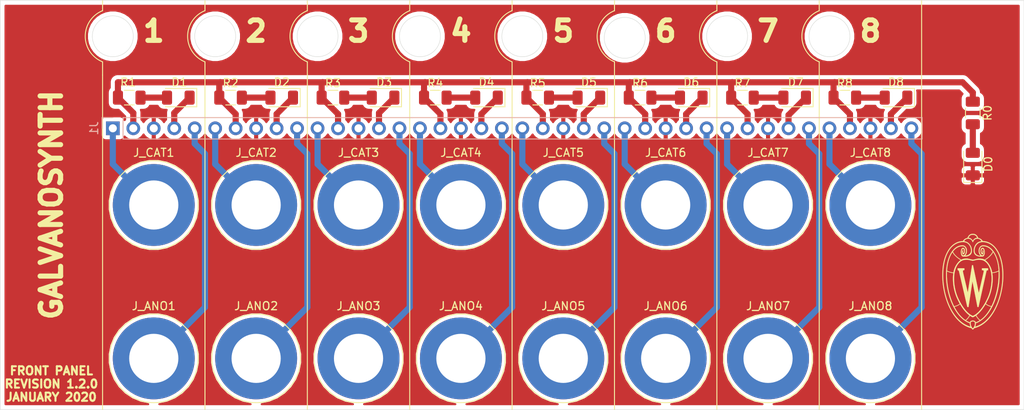
<source format=kicad_pcb>
(kicad_pcb (version 20171130) (host pcbnew 5.1.5+dfsg1-2)
  (title_block (title "galvanosynth daugher") (date 2020-01-03) (rev 1.2.0) (company "University of Wisconsin-Madison") (comment 1 "Instrument Shop") (comment 2 "Department of Chemistry") (comment 3 "Blaise Thompson") (comment 4 bthompson@chem.wisc.edu))
  (layers (0 F.Cu signal) (31 B.Cu signal) (34 B.Paste user) (35 F.Paste user) (36 B.SilkS user) (37 F.SilkS user) (38 B.Mask user) (39 F.Mask user) (44 Edge.Cuts user))
  (net 0 "")
  (net 1 "Net-(D1-Pad2)")
  (net 2 "Net-(D1-Pad1)")
  (net 3 "Net-(D2-Pad2)")
  (net 4 "Net-(D2-Pad1)")
  (net 5 "Net-(D3-Pad2)")
  (net 6 "Net-(D3-Pad1)")
  (net 7 "Net-(D4-Pad2)")
  (net 8 "Net-(D4-Pad1)")
  (net 9 "Net-(D5-Pad2)")
  (net 10 "Net-(D5-Pad1)")
  (net 11 "Net-(D6-Pad2)")
  (net 12 "Net-(D6-Pad1)")
  (net 13 "Net-(D7-Pad2)")
  (net 14 "Net-(D7-Pad1)")
  (net 15 "Net-(D8-Pad2)")
  (net 16 "Net-(D8-Pad1)")
  (net 17 "Net-(J1-Pad40)")
  (net 18 GND)
  (net 19 +15V)
  (net 20 "Net-(J1-Pad36)")
  (net 21 "Net-(J1-Pad35)")
  (net 22 "Net-(J1-Pad31)")
  (net 23 "Net-(J1-Pad26)")
  (net 24 "Net-(J1-Pad25)")
  (net 25 "Net-(J1-Pad21)")
  (net 26 "Net-(J1-Pad20)")
  (net 27 "Net-(J1-Pad16)")
  (net 28 "Net-(J1-Pad15)")
  (net 29 "Net-(J1-Pad11)")
  (net 30 "Net-(J1-Pad10)")
  (net 31 "Net-(J1-Pad6)")
  (net 32 "Net-(J1-Pad5)")
  (net 33 "Net-(J1-Pad1)")
  (net 34 "Net-(D0-Pad2)")
  (net 35 "Net-(J1-Pad30)")
  (module Connector:Banana_Jack_1Pin (layer F.Cu) (at 133.35 104.775)
    (fp_text reference J_ANO6 (at 0 -6.5) (layer F.SilkS))
    (fp_text value Conn_01x01)
    (pad 1 thru_hole circle (at 0 0) (size 10.16 10.16) (drill 6.1) (layers *.Cu *.Mask) (net 35 "Net-(J1-Pad30)"))
  )
  (module footprints:logo (layer F.Cu) (at 171.45 95.25)
    (fp_text reference G*** hide)
    (fp_text value LOGO hide)
  )
  (module Resistor_SMD:R_1206_3216Metric (layer F.Cu) (at 171.45 74.295 270)
    (fp_text reference R0 (at 0 -1.82 90) (layer F.SilkS))
    (fp_text value 1k)
    (pad 2 smd roundrect (at 1.4 0 270) (size 1.25 1.75) (layers F.Cu F.Paste F.Mask) (roundrect_rratio 0.2) (net 34 "Net-(D0-Pad2)"))
    (pad 1 smd roundrect (at -1.4 0 270) (size 1.25 1.75) (layers F.Cu F.Paste F.Mask) (roundrect_rratio 0.2) (net 19 +15V))
  )
  (module Diode_SMD:D_1206_3216Metric (layer F.Cu) (at 171.45 80.645 90)
    (fp_text reference D0 (at 0 1.905 90) (layer F.SilkS))
    (fp_text value LED)
    (pad 2 smd roundrect (at 1.4 0 90) (size 1.25 1.75) (layers F.Cu F.Paste F.Mask) (roundrect_rratio 0.2) (net 34 "Net-(D0-Pad2)"))
    (pad 1 smd roundrect (at -1.4 0 90) (size 1.25 1.75) (layers F.Cu F.Paste F.Mask) (roundrect_rratio 0.2) (net 18 GND))
  )
  (module Connector:Banana_Jack_1Pin (layer F.Cu) (at 158.75 85.725)
    (fp_text reference J_CAT8 (at 0 -6.5) (layer F.SilkS))
    (fp_text value Conn_01x01)
    (pad 1 thru_hole circle (at 0 0) (size 10.16 10.16) (drill 6.1) (layers *.Cu *.Mask) (net 20 "Net-(J1-Pad36)"))
  )
  (module Connector:Banana_Jack_1Pin (layer F.Cu) (at 133.35 85.725)
    (fp_text reference J_CAT6 (at 0 -6.5) (layer F.SilkS))
    (fp_text value Conn_01x01)
    (pad 1 thru_hole circle (at 0 0) (size 10.16 10.16) (drill 6.1) (layers *.Cu *.Mask) (net 23 "Net-(J1-Pad26)"))
  )
  (module Connector:Banana_Jack_1Pin (layer F.Cu) (at 107.95 85.725)
    (fp_text reference J_CAT4 (at 0 -6.5) (layer F.SilkS))
    (fp_text value Conn_01x01)
    (pad 1 thru_hole circle (at 0 0) (size 10.16 10.16) (drill 6.1) (layers *.Cu *.Mask) (net 27 "Net-(J1-Pad16)"))
  )
  (module Connector:Banana_Jack_1Pin (layer F.Cu) (at 82.55 85.725)
    (fp_text reference J_CAT2 (at 0 -6.5) (layer F.SilkS))
    (fp_text value Conn_01x01)
    (pad 1 thru_hole circle (at 0 0) (size 10.16 10.16) (drill 6.1) (layers *.Cu *.Mask) (net 31 "Net-(J1-Pad6)"))
  )
  (module Connector:Banana_Jack_1Pin (layer F.Cu) (at 146.05 85.725)
    (fp_text reference J_CAT7 (at 0 -6.5) (layer F.SilkS))
    (fp_text value Conn_01x01)
    (pad 1 thru_hole circle (at 0 0) (size 10.16 10.16) (drill 6.1) (layers *.Cu *.Mask) (net 22 "Net-(J1-Pad31)"))
  )
  (module Connector:Banana_Jack_1Pin (layer F.Cu) (at 120.65 85.725)
    (fp_text reference J_CAT5 (at 0 -6.5) (layer F.SilkS))
    (fp_text value Conn_01x01)
    (pad 1 thru_hole circle (at 0 0) (size 10.16 10.16) (drill 6.1) (layers *.Cu *.Mask) (net 25 "Net-(J1-Pad21)"))
  )
  (module Connector:Banana_Jack_1Pin (layer F.Cu) (at 95.25 85.725)
    (fp_text reference J_CAT3 (at 0 -6.5) (layer F.SilkS))
    (fp_text value Conn_01x01)
    (pad 1 thru_hole circle (at 0 0) (size 10.16 10.16) (drill 6.1) (layers *.Cu *.Mask) (net 29 "Net-(J1-Pad11)"))
  )
  (module Connector:Banana_Jack_1Pin (layer F.Cu) (at 69.85 85.725)
    (fp_text reference J_CAT1 (at 0 -6.5) (layer F.SilkS))
    (fp_text value Conn_01x01)
    (pad 1 thru_hole circle (at 0 0) (size 10.16 10.16) (drill 6.1) (layers *.Cu *.Mask) (net 33 "Net-(J1-Pad1)"))
  )
  (module Connector:Banana_Jack_1Pin (layer F.Cu) (at 158.75 104.775)
    (fp_text reference J_ANO8 (at 0 -6.5) (layer F.SilkS))
    (fp_text value Conn_01x01)
    (pad 1 thru_hole circle (at 0 0) (size 10.16 10.16) (drill 6.1) (layers *.Cu *.Mask) (net 17 "Net-(J1-Pad40)"))
  )
  (module Connector:Banana_Jack_1Pin (layer F.Cu) (at 107.95 104.775)
    (fp_text reference J_ANO4 (at 0 -6.5) (layer F.SilkS))
    (fp_text value Conn_01x01)
    (pad 1 thru_hole circle (at 0 0) (size 10.16 10.16) (drill 6.1) (layers *.Cu *.Mask) (net 26 "Net-(J1-Pad20)"))
  )
  (module Connector:Banana_Jack_1Pin (layer F.Cu) (at 82.55 104.775)
    (fp_text reference J_ANO2 (at 0 -6.5) (layer F.SilkS))
    (fp_text value Conn_01x01)
    (pad 1 thru_hole circle (at 0 0) (size 10.16 10.16) (drill 6.1) (layers *.Cu *.Mask) (net 30 "Net-(J1-Pad10)"))
  )
  (module Connector:Banana_Jack_1Pin (layer F.Cu) (at 146.05 104.775)
    (fp_text reference J_ANO7 (at 0 -6.5) (layer F.SilkS))
    (fp_text value Conn_01x01)
    (pad 1 thru_hole circle (at 0 0) (size 10.16 10.16) (drill 6.1) (layers *.Cu *.Mask) (net 21 "Net-(J1-Pad35)"))
  )
  (module Connector:Banana_Jack_1Pin (layer F.Cu) (at 120.65 104.775)
    (fp_text reference J_ANO5 (at 0 -6.5) (layer F.SilkS))
    (fp_text value Conn_01x01)
    (pad 1 thru_hole circle (at 0 0) (size 10.16 10.16) (drill 6.1) (layers *.Cu *.Mask) (net 24 "Net-(J1-Pad25)"))
  )
  (module Connector:Banana_Jack_1Pin (layer F.Cu) (at 95.25 104.775)
    (fp_text reference J_ANO3 (at 0 -6.5) (layer F.SilkS))
    (fp_text value Conn_01x01)
    (pad 1 thru_hole circle (at 0 0) (size 10.16 10.16) (drill 6.1) (layers *.Cu *.Mask) (net 28 "Net-(J1-Pad15)"))
  )
  (module Connector:Banana_Jack_1Pin (layer F.Cu) (at 69.85 104.775)
    (fp_text reference J_ANO1 (at 0 -6.5) (layer F.SilkS))
    (fp_text value Conn_01x01)
    (pad 1 thru_hole circle (at 0 0) (size 10.16 10.16) (drill 6.1) (layers *.Cu *.Mask) (net 32 "Net-(J1-Pad5)"))
  )
  (module Resistor_SMD:R_1206_3216Metric (layer F.Cu) (at 155.575 72.39)
    (fp_text reference R8 (at 0 -1.82) (layer F.SilkS))
    (fp_text value 1k)
    (pad 2 smd roundrect (at 1.4 0) (size 1.25 1.75) (layers F.Cu F.Paste F.Mask) (roundrect_rratio 0.2) (net 15 "Net-(D8-Pad2)"))
    (pad 1 smd roundrect (at -1.4 0) (size 1.25 1.75) (layers F.Cu F.Paste F.Mask) (roundrect_rratio 0.2) (net 19 +15V))
  )
  (module Resistor_SMD:R_1206_3216Metric (layer F.Cu) (at 130.175 72.39)
    (fp_text reference R6 (at 0 -1.82) (layer F.SilkS))
    (fp_text value 1k)
    (pad 2 smd roundrect (at 1.4 0) (size 1.25 1.75) (layers F.Cu F.Paste F.Mask) (roundrect_rratio 0.2) (net 11 "Net-(D6-Pad2)"))
    (pad 1 smd roundrect (at -1.4 0) (size 1.25 1.75) (layers F.Cu F.Paste F.Mask) (roundrect_rratio 0.2) (net 19 +15V))
  )
  (module Resistor_SMD:R_1206_3216Metric (layer F.Cu) (at 104.775 72.39)
    (fp_text reference R4 (at 0 -1.82) (layer F.SilkS))
    (fp_text value 1k)
    (pad 2 smd roundrect (at 1.4 0) (size 1.25 1.75) (layers F.Cu F.Paste F.Mask) (roundrect_rratio 0.2) (net 7 "Net-(D4-Pad2)"))
    (pad 1 smd roundrect (at -1.4 0) (size 1.25 1.75) (layers F.Cu F.Paste F.Mask) (roundrect_rratio 0.2) (net 19 +15V))
  )
  (module Resistor_SMD:R_1206_3216Metric (layer F.Cu) (at 79.375 72.39)
    (fp_text reference R2 (at 0 -1.82) (layer F.SilkS))
    (fp_text value 1k)
    (pad 2 smd roundrect (at 1.4 0) (size 1.25 1.75) (layers F.Cu F.Paste F.Mask) (roundrect_rratio 0.2) (net 3 "Net-(D2-Pad2)"))
    (pad 1 smd roundrect (at -1.4 0) (size 1.25 1.75) (layers F.Cu F.Paste F.Mask) (roundrect_rratio 0.2) (net 19 +15V))
  )
  (module Resistor_SMD:R_1206_3216Metric (layer F.Cu) (at 142.875 72.39)
    (fp_text reference R7 (at 0 -1.82) (layer F.SilkS))
    (fp_text value 1k)
    (pad 2 smd roundrect (at 1.4 0) (size 1.25 1.75) (layers F.Cu F.Paste F.Mask) (roundrect_rratio 0.2) (net 13 "Net-(D7-Pad2)"))
    (pad 1 smd roundrect (at -1.4 0) (size 1.25 1.75) (layers F.Cu F.Paste F.Mask) (roundrect_rratio 0.2) (net 19 +15V))
  )
  (module Resistor_SMD:R_1206_3216Metric (layer F.Cu) (at 117.475 72.39)
    (fp_text reference R5 (at 0 -1.82) (layer F.SilkS))
    (fp_text value 1k)
    (pad 2 smd roundrect (at 1.4 0) (size 1.25 1.75) (layers F.Cu F.Paste F.Mask) (roundrect_rratio 0.2) (net 9 "Net-(D5-Pad2)"))
    (pad 1 smd roundrect (at -1.4 0) (size 1.25 1.75) (layers F.Cu F.Paste F.Mask) (roundrect_rratio 0.2) (net 19 +15V))
  )
  (module Resistor_SMD:R_1206_3216Metric (layer F.Cu) (at 92.075 72.39)
    (fp_text reference R3 (at 0 -1.82) (layer F.SilkS))
    (fp_text value 1k)
    (pad 2 smd roundrect (at 1.4 0) (size 1.25 1.75) (layers F.Cu F.Paste F.Mask) (roundrect_rratio 0.2) (net 5 "Net-(D3-Pad2)"))
    (pad 1 smd roundrect (at -1.4 0) (size 1.25 1.75) (layers F.Cu F.Paste F.Mask) (roundrect_rratio 0.2) (net 19 +15V))
  )
  (module Resistor_SMD:R_1206_3216Metric (layer F.Cu) (at 66.805 72.39)
    (fp_text reference R1 (at -0.13 -1.905) (layer F.SilkS))
    (fp_text value 1k)
    (pad 2 smd roundrect (at 1.4 0) (size 1.25 1.75) (layers F.Cu F.Paste F.Mask) (roundrect_rratio 0.2) (net 1 "Net-(D1-Pad2)"))
    (pad 1 smd roundrect (at -1.4 0) (size 1.25 1.75) (layers F.Cu F.Paste F.Mask) (roundrect_rratio 0.2) (net 19 +15V))
  )
  (module Connector_PinHeader_2.54mm:PinHeader_1x40_P2.54mm_Vertical (layer B.Cu) (at 64.77 76.2 270)
    (fp_text reference J1 (at 0 2.33 270) (layer B.SilkS) (effects (justify mirror)))
    (fp_text value Conn_01x40)
    (pad 40 thru_hole oval (at 0 -99.06 270) (size 1.7 1.7) (drill 1) (layers *.Cu *.Mask) (net 17 "Net-(J1-Pad40)"))
    (pad 39 thru_hole oval (at 0 -96.52 270) (size 1.7 1.7) (drill 1) (layers *.Cu *.Mask) (net 16 "Net-(D8-Pad1)"))
    (pad 38 thru_hole oval (at 0 -93.98 270) (size 1.7 1.7) (drill 1) (layers *.Cu *.Mask) (net 18 GND))
    (pad 37 thru_hole oval (at 0 -91.44 270) (size 1.7 1.7) (drill 1) (layers *.Cu *.Mask) (net 19 +15V))
    (pad 36 thru_hole oval (at 0 -88.9 270) (size 1.7 1.7) (drill 1) (layers *.Cu *.Mask) (net 20 "Net-(J1-Pad36)"))
    (pad 35 thru_hole oval (at 0 -86.36 270) (size 1.7 1.7) (drill 1) (layers *.Cu *.Mask) (net 21 "Net-(J1-Pad35)"))
    (pad 34 thru_hole oval (at 0 -83.82 270) (size 1.7 1.7) (drill 1) (layers *.Cu *.Mask) (net 14 "Net-(D7-Pad1)"))
    (pad 33 thru_hole oval (at 0 -81.28 270) (size 1.7 1.7) (drill 1) (layers *.Cu *.Mask) (net 18 GND))
    (pad 32 thru_hole oval (at 0 -78.74 270) (size 1.7 1.7) (drill 1) (layers *.Cu *.Mask) (net 19 +15V))
    (pad 31 thru_hole oval (at 0 -76.2 270) (size 1.7 1.7) (drill 1) (layers *.Cu *.Mask) (net 22 "Net-(J1-Pad31)"))
    (pad 30 thru_hole oval (at 0 -73.66 270) (size 1.7 1.7) (drill 1) (layers *.Cu *.Mask) (net 35 "Net-(J1-Pad30)"))
    (pad 29 thru_hole oval (at 0 -71.12 270) (size 1.7 1.7) (drill 1) (layers *.Cu *.Mask) (net 12 "Net-(D6-Pad1)"))
    (pad 28 thru_hole oval (at 0 -68.58 270) (size 1.7 1.7) (drill 1) (layers *.Cu *.Mask) (net 18 GND))
    (pad 27 thru_hole oval (at 0 -66.04 270) (size 1.7 1.7) (drill 1) (layers *.Cu *.Mask) (net 19 +15V))
    (pad 26 thru_hole oval (at 0 -63.5 270) (size 1.7 1.7) (drill 1) (layers *.Cu *.Mask) (net 23 "Net-(J1-Pad26)"))
    (pad 25 thru_hole oval (at 0 -60.96 270) (size 1.7 1.7) (drill 1) (layers *.Cu *.Mask) (net 24 "Net-(J1-Pad25)"))
    (pad 24 thru_hole oval (at 0 -58.42 270) (size 1.7 1.7) (drill 1) (layers *.Cu *.Mask) (net 10 "Net-(D5-Pad1)"))
    (pad 23 thru_hole oval (at 0 -55.88 270) (size 1.7 1.7) (drill 1) (layers *.Cu *.Mask) (net 18 GND))
    (pad 22 thru_hole oval (at 0 -53.34 270) (size 1.7 1.7) (drill 1) (layers *.Cu *.Mask) (net 19 +15V))
    (pad 21 thru_hole oval (at 0 -50.8 270) (size 1.7 1.7) (drill 1) (layers *.Cu *.Mask) (net 25 "Net-(J1-Pad21)"))
    (pad 20 thru_hole oval (at 0 -48.26 270) (size 1.7 1.7) (drill 1) (layers *.Cu *.Mask) (net 26 "Net-(J1-Pad20)"))
    (pad 19 thru_hole oval (at 0 -45.72 270) (size 1.7 1.7) (drill 1) (layers *.Cu *.Mask) (net 8 "Net-(D4-Pad1)"))
    (pad 18 thru_hole oval (at 0 -43.18 270) (size 1.7 1.7) (drill 1) (layers *.Cu *.Mask) (net 18 GND))
    (pad 17 thru_hole oval (at 0 -40.64 270) (size 1.7 1.7) (drill 1) (layers *.Cu *.Mask) (net 19 +15V))
    (pad 16 thru_hole oval (at 0 -38.1 270) (size 1.7 1.7) (drill 1) (layers *.Cu *.Mask) (net 27 "Net-(J1-Pad16)"))
    (pad 15 thru_hole oval (at 0 -35.56 270) (size 1.7 1.7) (drill 1) (layers *.Cu *.Mask) (net 28 "Net-(J1-Pad15)"))
    (pad 14 thru_hole oval (at 0 -33.02 270) (size 1.7 1.7) (drill 1) (layers *.Cu *.Mask) (net 6 "Net-(D3-Pad1)"))
    (pad 13 thru_hole oval (at 0 -30.48 270) (size 1.7 1.7) (drill 1) (layers *.Cu *.Mask) (net 18 GND))
    (pad 12 thru_hole oval (at 0 -27.94 270) (size 1.7 1.7) (drill 1) (layers *.Cu *.Mask) (net 19 +15V))
    (pad 11 thru_hole oval (at 0 -25.4 270) (size 1.7 1.7) (drill 1) (layers *.Cu *.Mask) (net 29 "Net-(J1-Pad11)"))
    (pad 10 thru_hole oval (at 0 -22.86 270) (size 1.7 1.7) (drill 1) (layers *.Cu *.Mask) (net 30 "Net-(J1-Pad10)"))
    (pad 9 thru_hole oval (at 0 -20.32 270) (size 1.7 1.7) (drill 1) (layers *.Cu *.Mask) (net 4 "Net-(D2-Pad1)"))
    (pad 8 thru_hole oval (at 0 -17.78 270) (size 1.7 1.7) (drill 1) (layers *.Cu *.Mask) (net 18 GND))
    (pad 7 thru_hole oval (at 0 -15.24 270) (size 1.7 1.7) (drill 1) (layers *.Cu *.Mask) (net 19 +15V))
    (pad 6 thru_hole oval (at 0 -12.7 270) (size 1.7 1.7) (drill 1) (layers *.Cu *.Mask) (net 31 "Net-(J1-Pad6)"))
    (pad 5 thru_hole oval (at 0 -10.16 270) (size 1.7 1.7) (drill 1) (layers *.Cu *.Mask) (net 32 "Net-(J1-Pad5)"))
    (pad 4 thru_hole oval (at 0 -7.62 270) (size 1.7 1.7) (drill 1) (layers *.Cu *.Mask) (net 2 "Net-(D1-Pad1)"))
    (pad 3 thru_hole oval (at 0 -5.08 270) (size 1.7 1.7) (drill 1) (layers *.Cu *.Mask) (net 18 GND))
    (pad 2 thru_hole oval (at 0 -2.54 270) (size 1.7 1.7) (drill 1) (layers *.Cu *.Mask) (net 19 +15V))
    (pad 1 thru_hole rect (at 0 0 270) (size 1.7 1.7) (drill 1) (layers *.Cu *.Mask) (net 33 "Net-(J1-Pad1)"))
  )
  (module Diode_SMD:D_1206_3216Metric (layer F.Cu) (at 161.925 72.39 180)
    (fp_text reference D8 (at 0 1.905) (layer F.SilkS))
    (fp_text value LED)
    (pad 2 smd roundrect (at 1.4 0 180) (size 1.25 1.75) (layers F.Cu F.Paste F.Mask) (roundrect_rratio 0.2) (net 15 "Net-(D8-Pad2)"))
    (pad 1 smd roundrect (at -1.4 0 180) (size 1.25 1.75) (layers F.Cu F.Paste F.Mask) (roundrect_rratio 0.2) (net 16 "Net-(D8-Pad1)"))
  )
  (module Diode_SMD:D_1206_3216Metric (layer F.Cu) (at 136.525 72.39 180)
    (fp_text reference D6 (at 0 1.905) (layer F.SilkS))
    (fp_text value LED)
    (pad 2 smd roundrect (at 1.4 0 180) (size 1.25 1.75) (layers F.Cu F.Paste F.Mask) (roundrect_rratio 0.2) (net 11 "Net-(D6-Pad2)"))
    (pad 1 smd roundrect (at -1.4 0 180) (size 1.25 1.75) (layers F.Cu F.Paste F.Mask) (roundrect_rratio 0.2) (net 12 "Net-(D6-Pad1)"))
  )
  (module Diode_SMD:D_1206_3216Metric (layer F.Cu) (at 111.125 72.39 180)
    (fp_text reference D4 (at 0 1.905) (layer F.SilkS))
    (fp_text value LED)
    (pad 2 smd roundrect (at 1.4 0 180) (size 1.25 1.75) (layers F.Cu F.Paste F.Mask) (roundrect_rratio 0.2) (net 7 "Net-(D4-Pad2)"))
    (pad 1 smd roundrect (at -1.4 0 180) (size 1.25 1.75) (layers F.Cu F.Paste F.Mask) (roundrect_rratio 0.2) (net 8 "Net-(D4-Pad1)"))
  )
  (module Diode_SMD:D_1206_3216Metric (layer F.Cu) (at 85.725 72.39 180)
    (fp_text reference D2 (at 0 1.905) (layer F.SilkS))
    (fp_text value LED)
    (pad 2 smd roundrect (at 1.4 0 180) (size 1.25 1.75) (layers F.Cu F.Paste F.Mask) (roundrect_rratio 0.2) (net 3 "Net-(D2-Pad2)"))
    (pad 1 smd roundrect (at -1.4 0 180) (size 1.25 1.75) (layers F.Cu F.Paste F.Mask) (roundrect_rratio 0.2) (net 4 "Net-(D2-Pad1)"))
  )
  (module Diode_SMD:D_1206_3216Metric (layer F.Cu) (at 149.355 72.39 180)
    (fp_text reference D7 (at -0.13 1.905) (layer F.SilkS))
    (fp_text value LED)
    (pad 2 smd roundrect (at 1.4 0 180) (size 1.25 1.75) (layers F.Cu F.Paste F.Mask) (roundrect_rratio 0.2) (net 13 "Net-(D7-Pad2)"))
    (pad 1 smd roundrect (at -1.4 0 180) (size 1.25 1.75) (layers F.Cu F.Paste F.Mask) (roundrect_rratio 0.2) (net 14 "Net-(D7-Pad1)"))
  )
  (module Diode_SMD:D_1206_3216Metric (layer F.Cu) (at 123.825 72.39 180)
    (fp_text reference D5 (at 0 1.905) (layer F.SilkS))
    (fp_text value LED)
    (pad 2 smd roundrect (at 1.4 0 180) (size 1.25 1.75) (layers F.Cu F.Paste F.Mask) (roundrect_rratio 0.2) (net 9 "Net-(D5-Pad2)"))
    (pad 1 smd roundrect (at -1.4 0 180) (size 1.25 1.75) (layers F.Cu F.Paste F.Mask) (roundrect_rratio 0.2) (net 10 "Net-(D5-Pad1)"))
  )
  (module Diode_SMD:D_1206_3216Metric (layer F.Cu) (at 98.295 72.39 180)
    (fp_text reference D3 (at -0.13 1.905) (layer F.SilkS))
    (fp_text value LED)
    (pad 2 smd roundrect (at 1.4 0 180) (size 1.25 1.75) (layers F.Cu F.Paste F.Mask) (roundrect_rratio 0.2) (net 5 "Net-(D3-Pad2)"))
    (pad 1 smd roundrect (at -1.4 0 180) (size 1.25 1.75) (layers F.Cu F.Paste F.Mask) (roundrect_rratio 0.2) (net 6 "Net-(D3-Pad1)"))
  )
  (module Diode_SMD:D_1206_3216Metric (layer F.Cu) (at 72.895 72.39 180)
    (fp_text reference D1 (at -0.13 1.905) (layer F.SilkS))
    (fp_text value LED)
    (pad 2 smd roundrect (at 1.4 0 180) (size 1.25 1.75) (layers F.Cu F.Paste F.Mask) (roundrect_rratio 0.2) (net 1 "Net-(D1-Pad2)"))
    (pad 1 smd roundrect (at -1.4 0 180) (size 1.25 1.75) (layers F.Cu F.Paste F.Mask) (roundrect_rratio 0.2) (net 2 "Net-(D1-Pad1)"))
  )
  (gr_line (start 63.500001 61.595001) (end 63.500001 60.325001) (layer F.SilkS) (width 0.12))
  (gr_line (start 63.500001 69.595999) (end 63.500001 67.945001) (layer F.SilkS) (width 0.12))
  (gr_line (start 76.200001 61.595001) (end 76.200001 60.325001) (layer F.SilkS) (width 0.12))
  (gr_line (start 76.200001 69.595999) (end 76.200001 67.945001) (layer F.SilkS) (width 0.12))
  (gr_line (start 88.900001 61.595001) (end 88.900001 60.325001) (layer F.SilkS) (width 0.12))
  (gr_line (start 88.900001 69.595999) (end 88.9 67.944999) (layer F.SilkS) (width 0.12))
  (gr_line (start 101.600001 61.595001) (end 101.6 60.325) (layer F.SilkS) (width 0.12))
  (gr_line (start 101.6 67.945) (end 101.600001 69.595999) (layer F.SilkS) (width 0.12))
  (gr_line (start 114.3 61.595) (end 114.3 60.325) (layer F.SilkS) (width 0.12))
  (gr_line (start 114.300001 69.595999) (end 114.3 67.944999) (layer F.SilkS) (width 0.12))
  (gr_line (start 127 61.595) (end 127 60.325) (layer F.SilkS) (width 0.12))
  (gr_line (start 127 67.944999) (end 127.000001 69.595999) (layer F.SilkS) (width 0.12))
  (gr_line (start 139.7 67.944999) (end 139.700001 69.595999) (layer F.SilkS) (width 0.12))
  (gr_line (start 139.700001 61.595001) (end 139.7 60.325) (layer F.SilkS) (width 0.12))
  (gr_line (start 152.400001 61.595001) (end 152.4 60.325) (layer F.SilkS) (width 0.12))
  (gr_line (start 152.400001 69.595999) (end 152.4 67.945) (layer F.SilkS) (width 0.12))
  (gr_arc (start 153.67 64.77) (end 152.400001 61.595001) (angle -136.397181) (layer F.SilkS) (width 0.12))
  (gr_arc (start 140.97 64.77) (end 139.700001 61.595001) (angle -136.397181) (layer F.SilkS) (width 0.12))
  (gr_arc (start 128.27 64.77) (end 127.000001 61.595001) (angle -136.397181) (layer F.SilkS) (width 0.12))
  (gr_arc (start 115.57 64.77) (end 114.300001 61.595001) (angle -136.397181) (layer F.SilkS) (width 0.12))
  (gr_arc (start 102.87 64.77) (end 101.600001 61.595001) (angle -136.397181) (layer F.SilkS) (width 0.12))
  (gr_arc (start 90.17 64.77) (end 88.900001 61.595001) (angle -136.397181) (layer F.SilkS) (width 0.12))
  (gr_circle (center 90.17 64.77) (end 92.71 64.77) (layer Edge.Cuts) (width 0.05))
  (gr_arc (start 77.47 64.77) (end 76.200001 61.595001) (angle -136.397181) (layer F.SilkS) (width 0.12))
  (gr_arc (start 64.77 64.77) (end 63.500001 61.595001) (angle -136.397181) (layer F.SilkS) (width 0.12))
  (gr_text "FRONT PANEL\nREVISION 1.2.0\nJANUARY 2020" (at 57.150001 107.950001) (layer F.SilkS) (effects (font (size 1.016 1.016) (thickness 0.254))))
  (gr_text GALVANOSYNTH (at 57.15 85.725 90) (layer F.SilkS) (effects (font (size 2.54 2.54) (thickness 0.635))))
  (gr_line (start 165.1 60.325) (end 165.1 111.125) (layer F.SilkS) (width 0.12))
  (gr_line (start 152.400001 69.595999) (end 152.4 111.125) (layer F.SilkS) (width 0.12))
  (gr_line (start 139.700001 69.595999) (end 139.7 111.125) (layer F.SilkS) (width 0.12))
  (gr_line (start 127.000001 69.595999) (end 127 111.125) (layer F.SilkS) (width 0.12))
  (gr_line (start 114.300001 69.595999) (end 114.3 111.125) (layer F.SilkS) (width 0.12))
  (gr_line (start 101.600001 69.595999) (end 101.6 111.125) (layer F.SilkS) (width 0.12))
  (gr_line (start 88.900001 69.595999) (end 88.9 111.125) (layer F.SilkS) (width 0.12))
  (gr_line (start 76.200001 69.595999) (end 76.2 111.125) (layer F.SilkS) (width 0.12))
  (gr_line (start 63.500001 69.595999) (end 63.5 111.125) (layer F.SilkS) (width 0.12))
  (gr_text 8 (at 158.75 64.135) (layer F.SilkS) (effects (font (size 2.54 2.54) (thickness 0.635))))
  (gr_text 7 (at 146.05 64.135) (layer F.SilkS) (effects (font (size 2.54 2.54) (thickness 0.635))))
  (gr_text 6 (at 133.35 64.135) (layer F.SilkS) (effects (font (size 2.54 2.54) (thickness 0.635))))
  (gr_text 5 (at 120.65 64.135) (layer F.SilkS) (effects (font (size 2.54 2.54) (thickness 0.635))))
  (gr_text 4 (at 107.95 64.135) (layer F.SilkS) (effects (font (size 2.54 2.54) (thickness 0.635))))
  (gr_text 3 (at 95.25 64.135) (layer F.SilkS) (effects (font (size 2.54 2.54) (thickness 0.635))))
  (gr_text 2 (at 82.55 64.135) (layer F.SilkS) (effects (font (size 2.54 2.54) (thickness 0.635))))
  (gr_text 1 (at 69.85 64.135) (layer F.SilkS) (effects (font (size 2.54 2.54) (thickness 0.635))))
  (gr_circle (center 153.67 64.77) (end 156.21 64.77) (layer Edge.Cuts) (width 0.05))
  (gr_circle (center 140.97 64.77) (end 143.51 64.77) (layer Edge.Cuts) (width 0.05))
  (gr_circle (center 128.27 64.9605) (end 130.81 64.9605) (layer Edge.Cuts) (width 0.05))
  (gr_circle (center 115.57 64.77) (end 118.11 64.77) (layer Edge.Cuts) (width 0.05))
  (gr_circle (center 102.87 64.77) (end 105.41 64.77) (layer Edge.Cuts) (width 0.05))
  (gr_circle (center 77.47 64.77) (end 80.01 64.77) (layer Edge.Cuts) (width 0.05))
  (gr_circle (center 64.77 64.77) (end 67.31 64.77) (layer Edge.Cuts) (width 0.05))
  (gr_line (start 177.8 60.325) (end 50.8 60.325) (layer Edge.Cuts) (width 0.05))
  (gr_line (start 177.8 111.125) (end 177.8 60.325) (layer Edge.Cuts) (width 0.05))
  (gr_line (start 50.8 111.125) (end 177.8 111.125) (layer Edge.Cuts) (width 0.05))
  (gr_line (start 50.8 60.325) (end 50.8 111.125) (layer Edge.Cuts) (width 0.05))
  (segment (start 133.35 104.775) (end 139.7 98.425) (width 0.762) (layer B.Cu) (net 35))
  (segment (start 138.43 76.2) (end 138.43 78.105) (width 0.762) (layer B.Cu) (net 35))
  (segment (start 138.43 78.105) (end 139.7 79.375) (width 0.762) (layer B.Cu) (net 35))
  (segment (start 139.7 79.375) (end 139.7 98.425) (width 0.762) (layer B.Cu) (net 35))
  (segment (start 68.205 72.39) (end 71.495 72.39) (width 0.762) (layer F.Cu) (net 1))
  (segment (start 72.39 74.295) (end 74.295 72.39) (width 0.762) (layer F.Cu) (net 2))
  (segment (start 72.39 76.2) (end 72.39 74.295) (width 0.762) (layer F.Cu) (net 2))
  (segment (start 80.775 72.39) (end 84.325 72.39) (width 0.762) (layer F.Cu) (net 3))
  (segment (start 85.09 74.425) (end 87.125 72.39) (width 0.762) (layer F.Cu) (net 4))
  (segment (start 85.09 76.2) (end 85.09 74.425) (width 0.762) (layer F.Cu) (net 4))
  (segment (start 93.475 72.39) (end 96.895 72.39) (width 0.762) (layer F.Cu) (net 5))
  (segment (start 97.79 74.295) (end 99.695 72.39) (width 0.762) (layer F.Cu) (net 6))
  (segment (start 97.79 76.2) (end 97.79 74.295) (width 0.762) (layer F.Cu) (net 6))
  (segment (start 106.175 72.39) (end 109.725 72.39) (width 0.762) (layer F.Cu) (net 7))
  (segment (start 110.49 74.425) (end 112.525 72.39) (width 0.762) (layer F.Cu) (net 8))
  (segment (start 110.49 76.2) (end 110.49 74.425) (width 0.762) (layer F.Cu) (net 8))
  (segment (start 118.875 72.39) (end 122.425 72.39) (width 0.762) (layer F.Cu) (net 9))
  (segment (start 123.19 74.425) (end 125.225 72.39) (width 0.762) (layer F.Cu) (net 10))
  (segment (start 123.19 76.2) (end 123.19 74.425) (width 0.762) (layer F.Cu) (net 10))
  (segment (start 131.575 72.39) (end 135.125 72.39) (width 0.762) (layer F.Cu) (net 11))
  (segment (start 135.89 74.425) (end 137.925 72.39) (width 0.762) (layer F.Cu) (net 12))
  (segment (start 135.89 76.2) (end 135.89 74.425) (width 0.762) (layer F.Cu) (net 12))
  (segment (start 144.275 72.39) (end 147.955 72.39) (width 0.762) (layer F.Cu) (net 13))
  (segment (start 148.59 74.555) (end 150.755 72.39) (width 0.762) (layer F.Cu) (net 14))
  (segment (start 148.59 76.2) (end 148.59 74.555) (width 0.762) (layer F.Cu) (net 14))
  (segment (start 156.975 72.39) (end 160.525 72.39) (width 0.762) (layer F.Cu) (net 15))
  (segment (start 161.29 74.425) (end 163.325 72.39) (width 0.762) (layer F.Cu) (net 16))
  (segment (start 161.29 76.2) (end 161.29 74.425) (width 0.762) (layer F.Cu) (net 16))
  (segment (start 163.83 76.2) (end 163.83 78.105) (width 0.762) (layer B.Cu) (net 17))
  (segment (start 163.83 78.105) (end 165.1 79.375) (width 0.762) (layer B.Cu) (net 17))
  (segment (start 165.1 98.425) (end 158.75 104.775) (width 0.762) (layer B.Cu) (net 17))
  (segment (start 165.1 79.375) (end 165.1 98.425) (width 0.762) (layer B.Cu) (net 17))
  (segment (start 67.31 74.295) (end 65.405 72.39) (width 0.762) (layer F.Cu) (net 19))
  (segment (start 67.31 76.2) (end 67.31 74.295) (width 0.762) (layer F.Cu) (net 19))
  (segment (start 80.01 74.425) (end 77.975 72.39) (width 0.762) (layer F.Cu) (net 19))
  (segment (start 80.01 76.2) (end 80.01 74.425) (width 0.762) (layer F.Cu) (net 19))
  (segment (start 92.71 74.425) (end 90.675 72.39) (width 0.762) (layer F.Cu) (net 19))
  (segment (start 92.71 76.2) (end 92.71 74.425) (width 0.762) (layer F.Cu) (net 19))
  (segment (start 105.41 74.425) (end 103.375 72.39) (width 0.762) (layer F.Cu) (net 19))
  (segment (start 105.41 76.2) (end 105.41 74.425) (width 0.762) (layer F.Cu) (net 19))
  (segment (start 118.11 74.425) (end 116.075 72.39) (width 0.762) (layer F.Cu) (net 19))
  (segment (start 118.11 76.2) (end 118.11 74.425) (width 0.762) (layer F.Cu) (net 19))
  (segment (start 130.81 74.425) (end 128.775 72.39) (width 0.762) (layer F.Cu) (net 19))
  (segment (start 130.81 76.2) (end 130.81 74.425) (width 0.762) (layer F.Cu) (net 19))
  (segment (start 143.51 74.425) (end 141.475 72.39) (width 0.762) (layer F.Cu) (net 19))
  (segment (start 143.51 76.2) (end 143.51 74.425) (width 0.762) (layer F.Cu) (net 19))
  (segment (start 156.21 74.425) (end 154.175 72.39) (width 0.762) (layer F.Cu) (net 19))
  (segment (start 156.21 76.2) (end 156.21 74.425) (width 0.762) (layer F.Cu) (net 19))
  (segment (start 65.405 72.39) (end 65.405 70.485) (width 0.762) (layer F.Cu) (net 19))
  (segment (start 154.175 70.615) (end 154.305 70.485) (width 0.762) (layer F.Cu) (net 19))
  (segment (start 154.175 72.39) (end 154.175 70.615) (width 0.762) (layer F.Cu) (net 19))
  (segment (start 141.475 72.39) (end 141.475 70.615) (width 0.762) (layer F.Cu) (net 19))
  (segment (start 141.475 70.615) (end 141.605 70.485) (width 0.762) (layer F.Cu) (net 19))
  (segment (start 141.605 70.485) (end 154.305 70.485) (width 0.762) (layer F.Cu) (net 19))
  (segment (start 128.775 70.615) (end 128.905 70.485) (width 0.762) (layer F.Cu) (net 19))
  (segment (start 128.775 72.39) (end 128.775 70.615) (width 0.762) (layer F.Cu) (net 19))
  (segment (start 128.905 70.485) (end 141.605 70.485) (width 0.762) (layer F.Cu) (net 19))
  (segment (start 116.075 70.615) (end 116.205 70.485) (width 0.762) (layer F.Cu) (net 19))
  (segment (start 116.075 72.39) (end 116.075 70.615) (width 0.762) (layer F.Cu) (net 19))
  (segment (start 116.205 70.485) (end 128.905 70.485) (width 0.762) (layer F.Cu) (net 19))
  (segment (start 103.375 70.615) (end 103.505 70.485) (width 0.762) (layer F.Cu) (net 19))
  (segment (start 103.375 72.39) (end 103.375 70.615) (width 0.762) (layer F.Cu) (net 19))
  (segment (start 103.505 70.485) (end 116.205 70.485) (width 0.762) (layer F.Cu) (net 19))
  (segment (start 77.975 70.615) (end 78.105 70.485) (width 0.762) (layer F.Cu) (net 19))
  (segment (start 77.975 72.39) (end 77.975 70.615) (width 0.762) (layer F.Cu) (net 19))
  (segment (start 65.405 70.485) (end 78.105 70.485) (width 0.762) (layer F.Cu) (net 19))
  (segment (start 154.305 70.485) (end 170.18 70.485) (width 0.762) (layer F.Cu) (net 19))
  (segment (start 171.45 71.755) (end 171.45 72.895) (width 0.762) (layer F.Cu) (net 19))
  (segment (start 170.18 70.485) (end 171.45 71.755) (width 0.762) (layer F.Cu) (net 19))
  (segment (start 90.675 70.615) (end 90.675 72.39) (width 0.762) (layer F.Cu) (net 19))
  (segment (start 90.805 70.485) (end 90.675 70.615) (width 0.762) (layer F.Cu) (net 19))
  (segment (start 90.805 70.485) (end 103.505 70.485) (width 0.762) (layer F.Cu) (net 19))
  (segment (start 78.105 70.485) (end 90.805 70.485) (width 0.762) (layer F.Cu) (net 19))
  (segment (start 153.670001 80.645001) (end 158.75 85.725) (width 0.762) (layer B.Cu) (net 20))
  (segment (start 153.67 76.2) (end 153.670001 80.645001) (width 0.762) (layer B.Cu) (net 20))
  (segment (start 151.13 76.2) (end 151.13 78.105) (width 0.762) (layer B.Cu) (net 21))
  (segment (start 151.13 78.105) (end 152.4 79.375) (width 0.762) (layer B.Cu) (net 21))
  (segment (start 152.4 98.425) (end 146.05 104.775) (width 0.762) (layer B.Cu) (net 21))
  (segment (start 152.4 79.375) (end 152.4 98.425) (width 0.762) (layer B.Cu) (net 21))
  (segment (start 140.970001 80.645001) (end 146.05 85.725) (width 0.762) (layer B.Cu) (net 22))
  (segment (start 140.97 76.2) (end 140.970001 80.645001) (width 0.762) (layer B.Cu) (net 22))
  (segment (start 128.270001 80.645001) (end 133.35 85.725) (width 0.762) (layer B.Cu) (net 23))
  (segment (start 128.27 76.2) (end 128.270001 80.645001) (width 0.762) (layer B.Cu) (net 23))
  (segment (start 125.73 76.2) (end 125.73 78.105) (width 0.762) (layer B.Cu) (net 24))
  (segment (start 125.73 78.105) (end 127 79.375) (width 0.762) (layer B.Cu) (net 24))
  (segment (start 127 98.425) (end 120.65 104.775) (width 0.762) (layer B.Cu) (net 24))
  (segment (start 127 79.375) (end 127 98.425) (width 0.762) (layer B.Cu) (net 24))
  (segment (start 115.570001 80.645001) (end 120.65 85.725) (width 0.762) (layer B.Cu) (net 25))
  (segment (start 115.570001 76.199999) (end 115.570001 80.645001) (width 0.762) (layer B.Cu) (net 25))
  (segment (start 115.57 76.2) (end 115.570001 76.199999) (width 0.762) (layer B.Cu) (net 25))
  (segment (start 113.03 76.2) (end 113.03 78.105) (width 0.762) (layer B.Cu) (net 26))
  (segment (start 113.03 78.105) (end 114.3 79.375) (width 0.762) (layer B.Cu) (net 26))
  (segment (start 114.3 98.425) (end 107.95 104.775) (width 0.762) (layer B.Cu) (net 26))
  (segment (start 114.3 79.375) (end 114.3 98.425) (width 0.762) (layer B.Cu) (net 26))
  (segment (start 102.870001 80.645001) (end 107.95 85.725) (width 0.762) (layer B.Cu) (net 27))
  (segment (start 102.87 76.2) (end 102.870001 80.645001) (width 0.762) (layer B.Cu) (net 27))
  (segment (start 100.33 76.2) (end 100.33 78.105) (width 0.762) (layer B.Cu) (net 28))
  (segment (start 100.33 78.105) (end 101.6 79.375) (width 0.762) (layer B.Cu) (net 28))
  (segment (start 101.6 98.425) (end 95.25 104.775) (width 0.762) (layer B.Cu) (net 28))
  (segment (start 101.6 79.375) (end 101.6 98.425) (width 0.762) (layer B.Cu) (net 28))
  (segment (start 90.170001 80.645001) (end 95.25 85.725) (width 0.762) (layer B.Cu) (net 29))
  (segment (start 90.17 76.2) (end 90.170001 80.645001) (width 0.762) (layer B.Cu) (net 29))
  (segment (start 87.63 76.2) (end 87.63 78.105) (width 0.762) (layer B.Cu) (net 30))
  (segment (start 87.63 78.105) (end 88.9 79.375) (width 0.762) (layer B.Cu) (net 30))
  (segment (start 88.9 98.425) (end 82.55 104.775) (width 0.762) (layer B.Cu) (net 30))
  (segment (start 88.9 79.375) (end 88.9 98.425) (width 0.762) (layer B.Cu) (net 30))
  (segment (start 77.470001 80.645001) (end 82.55 85.725) (width 0.762) (layer B.Cu) (net 31))
  (segment (start 77.47 76.2) (end 77.470001 80.645001) (width 0.762) (layer B.Cu) (net 31))
  (segment (start 76.2 98.425) (end 69.85 104.775) (width 0.762) (layer B.Cu) (net 32))
  (segment (start 76.2 79.375) (end 76.2 98.425) (width 0.762) (layer B.Cu) (net 32))
  (segment (start 74.93 76.2) (end 74.93 78.105) (width 0.762) (layer B.Cu) (net 32))
  (segment (start 74.93 78.105) (end 76.2 79.375) (width 0.762) (layer B.Cu) (net 32))
  (segment (start 64.770001 80.645001) (end 69.85 85.725) (width 0.762) (layer B.Cu) (net 33))
  (segment (start 64.77 76.2) (end 64.770001 80.645001) (width 0.762) (layer B.Cu) (net 33))
  (segment (start 171.45 75.695) (end 171.45 79.245) (width 0.762) (layer F.Cu) (net 34))
  (zone (net 18) (net_name GND) (layer F.Cu) (connect_pads (clearance 0.508)) (min_thickness 0.254) (fill yes (arc_segments 32) (thermal_gap 0.508) (thermal_bridge_width 0.508))
    (polygon (pts (xy 177.8 111.125) (xy 50.8 111.125) (xy 50.8 60.325) (xy 177.8 60.325)))
  )
)
</source>
